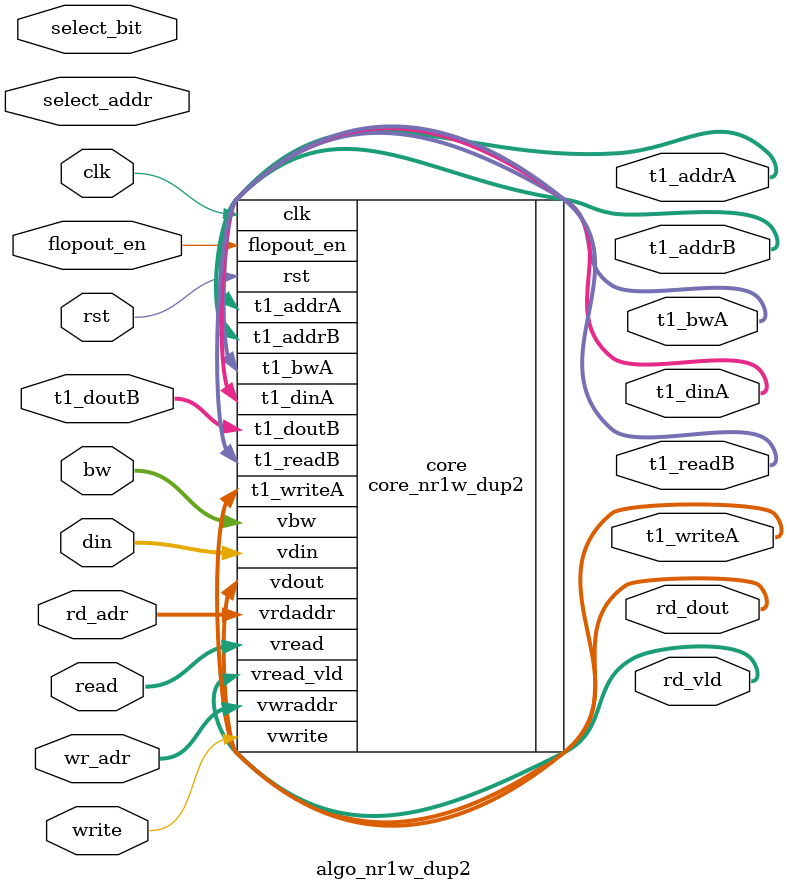
<source format=v>
module algo_nr1w_dup2 ( 
  clk, rst, 
  write, wr_adr, bw, din,
  read, rd_adr, rd_vld, rd_dout, flopout_en,
  t1_writeA, t1_addrA, t1_bwA, t1_dinA, 
  t1_readB, t1_addrB, t1_doutB,
  select_addr, select_bit);
  
  parameter WIDTH = 32;
  parameter BITWDTH = 5;
  parameter ENAPAR = 0;
  parameter ENAECC = 0;
  parameter NUMRDPT = 4;
  parameter NUMADDR = 8192;
  parameter BITADDR = 13;
  parameter NUMVROW = 1024;
  parameter BITVROW = 10;
  parameter NUMVBNK = 8;
  parameter BITVBNK = 3;
  parameter BITPADR = 13;
  parameter REFRESH = 0;
  parameter SRAM_DELAY = 2;
  parameter FLOPIN = 0;
  parameter FLOPOUT = 0;
  parameter FLOPWTH = 1;

  input                                write;
  input [BITADDR-1:0]                  wr_adr;
  input [WIDTH-1:0]                    bw;
  input [WIDTH-1:0]                    din;

  input [NUMRDPT-1:0]                  read;
  input [NUMRDPT*BITADDR-1:0]          rd_adr;
  output [NUMRDPT-1:0]                 rd_vld;
  output [NUMRDPT*WIDTH-1:0]           rd_dout;

  input                                clk, rst;

  input [FLOPWTH-1:0]                  flopout_en;

  input [BITADDR-1:0]                  select_addr;
  input [BITWDTH-1:0]                  select_bit;

  output [NUMRDPT*NUMVBNK-1:0]         t1_writeA;
  output [NUMRDPT*NUMVBNK*BITVROW-1:0] t1_addrA;
  output [NUMRDPT*NUMVBNK*WIDTH-1:0]   t1_bwA;
  output [NUMRDPT*NUMVBNK*WIDTH-1:0]   t1_dinA;
  output [NUMRDPT*NUMVBNK-1:0]         t1_readB;
  output [NUMRDPT*NUMVBNK*BITVROW-1:0] t1_addrB;
  input [NUMRDPT*NUMVBNK*WIDTH-1:0]    t1_doutB;

  core_nr1w_dup2 #(.WIDTH (WIDTH), .BITWDTH (BITWDTH), .NUMRDPT (NUMRDPT), .NUMADDR (NUMADDR), .BITADDR (BITADDR),
                    .NUMVROW (NUMVROW), .BITVROW (BITVROW), .NUMVBNK (NUMVBNK), .BITVBNK (BITVBNK),
                    .SRAM_DELAY (SRAM_DELAY), .FLOPIN (FLOPIN), .FLOPOUT (FLOPOUT), .FLOPWTH(FLOPWTH))
      core (.vwrite(write), .vwraddr(wr_adr), .vbw(bw), .vdin(din),
	        .vread(read), .vrdaddr(rd_adr), .vread_vld(rd_vld), .vdout(rd_dout), .flopout_en(flopout_en),
            .t1_writeA(t1_writeA), .t1_addrA(t1_addrA),.t1_bwA(t1_bwA), .t1_dinA(t1_dinA),
            .t1_readB(t1_readB), .t1_addrB(t1_addrB), .t1_doutB(t1_doutB),
	        .clk (clk), .rst (rst));

`ifdef FORMAL
//synopsys translate_off

assume_select_addr_range: assume property (@(posedge clk) disable iff (rst) (select_addr < NUMADDR));
assume_select_bit_range: assume property (@(posedge clk) disable iff (rst) (select_bit < WIDTH));
assume_select_addr_stable: assume property (@(posedge clk) disable iff (rst) $stable(select_addr));
assume_select_bit_stable: assume property (@(posedge clk) disable iff (rst) $stable(select_bit));

ip_top_sva_nr1w_dup2 #(
     .WIDTH       (WIDTH),
     .BITWDTH     (BITWDTH),
     .ENAPAR      (ENAPAR),
     .ENAECC      (ENAECC),
     .NUMRDPT     (NUMRDPT),
     .NUMADDR     (NUMADDR),
     .BITADDR     (BITADDR),
     .NUMVBNK     (NUMVBNK),
     .BITVBNK     (BITVBNK),
     .NUMVROW     (NUMVROW),
     .BITVROW     (BITVROW),
     .SRAM_DELAY  (SRAM_DELAY),
     .FLOPIN      (FLOPIN),
     .FLOPOUT     (FLOPOUT))
ip_top_sva (.*);

ip_top_sva_2_nr1w_dup2 #(
     .WIDTH       (WIDTH),
     .NUMRDPT     (NUMRDPT),
     .NUMADDR     (NUMADDR),
     .BITADDR     (BITADDR),
     .NUMVROW     (NUMVROW),
     .BITVROW     (BITVROW),
     .NUMVBNK     (NUMVBNK),
     .BITVBNK     (BITVBNK),
     .REFRESH     (REFRESH))

ip_top_sva_2 (.*);
//synopsys translate_on

`elsif SIM_SVA

genvar sva_int;
// generate for (sva_int=0; sva_int<WIDTH; sva_int=sva_int+1) begin
generate for (sva_int=0; sva_int<1; sva_int=sva_int+1) begin: sva_loop
  wire [BITADDR-1:0] help_addr = sva_int;
  wire [BITWDTH-1:0] help_bit = sva_int;
ip_top_sva_nr1w_dup2 #(
     .WIDTH       (WIDTH),
     .BITWDTH     (BITWDTH),
     .ENAPAR      (ENAPAR),
     .ENAECC      (ENAECC),
     .NUMRDPT     (NUMRDPT),
     .NUMADDR     (NUMADDR),
     .BITADDR     (BITADDR),
     .NUMVBNK     (NUMVBNK),
     .BITVBNK     (BITVBNK),
     .NUMVROW     (NUMVROW),
     .BITVROW     (BITVROW),
     .SRAM_DELAY  (SRAM_DELAY),
     .FLOPIN      (FLOPIN),
     .FLOPOUT     (FLOPOUT))
ip_top_sva (.select_addr(help_addr), .select_bit (help_bit), .*);
end
endgenerate

ip_top_sva_2_nr1w_dup2 #(
     .WIDTH       (WIDTH),
     .NUMRDPT     (NUMRDPT),
     .NUMADDR     (NUMADDR),
     .BITADDR     (BITADDR),
     .NUMVROW     (NUMVROW),
     .BITVROW     (BITVROW),
     .NUMVBNK     (NUMVBNK),
     .BITVBNK     (BITVBNK),
     .REFRESH     (REFRESH))
ip_top_sva_2 (.*);

`endif

endmodule // algo_nr1w_dup2





</source>
